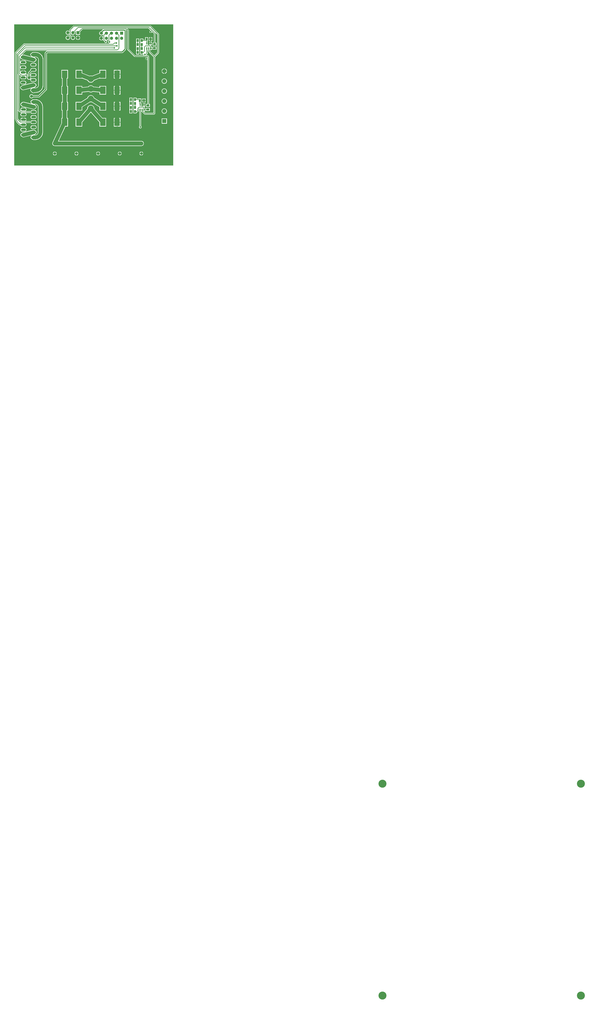
<source format=gbl>
G04*
G04 #@! TF.GenerationSoftware,Altium Limited,Altium Designer,20.0.13 (296)*
G04*
G04 Layer_Physical_Order=2*
G04 Layer_Color=16711680*
%FSLAX44Y44*%
%MOMM*%
G71*
G01*
G75*
%ADD15R,1.4000X1.0000*%
%ADD30C,2.0000*%
%ADD31C,0.3000*%
%ADD32C,0.5000*%
%ADD33O,2.5400X1.2700*%
%ADD34R,1.4000X1.4000*%
%ADD35C,1.4000*%
%ADD36C,1.6050*%
%ADD37R,1.6050X1.6050*%
%ADD38R,2.1000X2.1000*%
%ADD39C,2.1000*%
%ADD40C,0.8000*%
%ADD41C,3.0000*%
%ADD42C,1.5000*%
%ADD43C,4.0000*%
%ADD44R,2.7940X3.8100*%
%ADD45R,1.0000X1.4000*%
%ADD46R,0.5900X1.2100*%
G36*
X1050000Y254000D02*
X254000D01*
Y960000D01*
X1050000D01*
Y254000D01*
D02*
G37*
%LPC*%
G36*
X574070Y903089D02*
Y893870D01*
X583289D01*
X583093Y895358D01*
X582029Y897928D01*
X580335Y900135D01*
X578128Y901829D01*
X575558Y902893D01*
X574070Y903089D01*
D02*
G37*
G36*
X571530Y903089D02*
X570042Y902893D01*
X567472Y901829D01*
X565265Y900135D01*
X563572Y897928D01*
X562507Y895358D01*
X562311Y893870D01*
X571530D01*
Y903089D01*
D02*
G37*
G36*
X688330Y900489D02*
X686842Y900293D01*
X684272Y899229D01*
X682065Y897535D01*
X680371Y895328D01*
X679307Y892758D01*
X679111Y891270D01*
X688330D01*
Y900489D01*
D02*
G37*
G36*
X571530Y891330D02*
X562311D01*
X562507Y889842D01*
X563572Y887272D01*
X565265Y885065D01*
X567472Y883372D01*
X570042Y882307D01*
X571530Y882111D01*
Y891330D01*
D02*
G37*
G36*
X583289D02*
X574070D01*
Y882111D01*
X575558Y882307D01*
X578128Y883372D01*
X580335Y885065D01*
X582029Y887272D01*
X583093Y889842D01*
X583289Y891330D01*
D02*
G37*
G36*
X547400Y903256D02*
X544642Y902893D01*
X542072Y901829D01*
X539865Y900135D01*
X538172Y897928D01*
X537107Y895358D01*
X536744Y892600D01*
X537107Y889842D01*
X538172Y887272D01*
X539865Y885065D01*
X542072Y883372D01*
X544642Y882307D01*
X547400Y881944D01*
X550158Y882307D01*
X552728Y883372D01*
X554935Y885065D01*
X556628Y887272D01*
X557693Y889842D01*
X558056Y892600D01*
X557693Y895358D01*
X556628Y897928D01*
X554935Y900135D01*
X552728Y901829D01*
X550158Y902893D01*
X547400Y903256D01*
D02*
G37*
G36*
X688330Y888730D02*
X679111D01*
X679307Y887242D01*
X680371Y884672D01*
X682065Y882465D01*
X684272Y880771D01*
X686842Y879707D01*
X688330Y879511D01*
Y888730D01*
D02*
G37*
G36*
X914730Y794429D02*
X914293Y794372D01*
X912702Y793713D01*
X911336Y792664D01*
X910287Y791298D01*
X909628Y789707D01*
X909571Y789270D01*
X914730D01*
Y794429D01*
D02*
G37*
G36*
Y786730D02*
X909571D01*
X909628Y786293D01*
X910287Y784702D01*
X911336Y783336D01*
X912702Y782287D01*
X914293Y781628D01*
X914730Y781571D01*
Y786730D01*
D02*
G37*
G36*
X356150Y766467D02*
X343450D01*
X341129Y766161D01*
X338967Y765265D01*
X337110Y763840D01*
X335685Y761983D01*
X334789Y759821D01*
X334483Y757500D01*
X334789Y755179D01*
X335685Y753017D01*
X337110Y751160D01*
X338967Y749735D01*
X341129Y748839D01*
X343450Y748533D01*
X356150D01*
X358471Y748839D01*
X360633Y749735D01*
X362490Y751160D01*
X363915Y753017D01*
X364811Y755179D01*
X365117Y757500D01*
X364811Y759821D01*
X363915Y761983D01*
X362490Y763840D01*
X360633Y765265D01*
X358471Y766161D01*
X356150Y766467D01*
D02*
G37*
G36*
X1006270Y738985D02*
Y727270D01*
X1017985D01*
X1017704Y729404D01*
X1016390Y732576D01*
X1014300Y735300D01*
X1011576Y737390D01*
X1008404Y738704D01*
X1006270Y738985D01*
D02*
G37*
G36*
X1003730Y738985D02*
X1001596Y738704D01*
X998424Y737390D01*
X995700Y735300D01*
X993610Y732576D01*
X992296Y729404D01*
X992015Y727270D01*
X1003730D01*
Y738985D01*
D02*
G37*
G36*
X356150Y741067D02*
X343450D01*
X341129Y740761D01*
X338967Y739865D01*
X337110Y738440D01*
X335685Y736583D01*
X334789Y734421D01*
X334483Y732100D01*
X334681Y730598D01*
X324366Y720284D01*
X323252Y718616D01*
X322861Y716650D01*
Y701712D01*
X320839Y700161D01*
X319230Y698063D01*
X318218Y695621D01*
X317873Y693000D01*
X318218Y690379D01*
X319230Y687937D01*
X320839Y685839D01*
X322937Y684230D01*
X325379Y683218D01*
X328000Y682873D01*
X330621Y683218D01*
X333063Y684230D01*
X333948Y684909D01*
X334991Y684108D01*
X334789Y683621D01*
X334483Y681300D01*
X334789Y678979D01*
X335685Y676817D01*
X337110Y674960D01*
X338967Y673535D01*
X341129Y672639D01*
X343450Y672333D01*
X356150D01*
X358471Y672639D01*
X360633Y673535D01*
X362490Y674960D01*
X363915Y676817D01*
X364811Y678979D01*
X365117Y681300D01*
X364811Y683621D01*
X363915Y685783D01*
X362490Y687640D01*
X360633Y689065D01*
X358471Y689961D01*
X356150Y690267D01*
X343450D01*
X341129Y689961D01*
X338967Y689065D01*
X338447Y688667D01*
X337404Y689467D01*
X337782Y690379D01*
X338127Y693000D01*
X337782Y695621D01*
X336770Y698063D01*
X335161Y700161D01*
X333139Y701712D01*
Y714521D01*
X341948Y723331D01*
X343450Y723133D01*
X356150D01*
X358471Y723439D01*
X360633Y724335D01*
X362490Y725760D01*
X363915Y727617D01*
X364811Y729779D01*
X365117Y732100D01*
X364811Y734421D01*
X363915Y736583D01*
X362490Y738440D01*
X360633Y739865D01*
X358471Y740761D01*
X356150Y741067D01*
D02*
G37*
G36*
X305350Y728367D02*
X300270D01*
Y720670D01*
X314149D01*
X314011Y721721D01*
X313115Y723883D01*
X311690Y725740D01*
X309833Y727165D01*
X307671Y728061D01*
X305350Y728367D01*
D02*
G37*
G36*
X1003730Y724730D02*
X992015D01*
X992296Y722596D01*
X993610Y719424D01*
X995700Y716700D01*
X998424Y714610D01*
X1001596Y713296D01*
X1003730Y713015D01*
Y724730D01*
D02*
G37*
G36*
X1017985D02*
X1006270D01*
Y713015D01*
X1008404Y713296D01*
X1011576Y714610D01*
X1014300Y716700D01*
X1016390Y719424D01*
X1017704Y722596D01*
X1017985Y724730D01*
D02*
G37*
G36*
X785195Y731590D02*
X769955D01*
Y711270D01*
X785195D01*
Y731590D01*
D02*
G37*
G36*
X767415D02*
X752175D01*
Y711270D01*
X767415D01*
Y731590D01*
D02*
G37*
G36*
X713825D02*
X680805D01*
Y717043D01*
X643726Y702289D01*
X640438Y703286D01*
X637000Y703625D01*
X633562Y703286D01*
X630383Y702322D01*
X594195Y716964D01*
Y731590D01*
X561175D01*
Y688410D01*
X594195D01*
Y688539D01*
X595248Y689249D01*
X620929Y678858D01*
X622346Y676208D01*
X624537Y673537D01*
X627208Y671346D01*
X630255Y669717D01*
X633562Y668714D01*
X637000Y668375D01*
X640438Y668714D01*
X643745Y669717D01*
X646792Y671346D01*
X649463Y673537D01*
X651655Y676208D01*
X653019Y678762D01*
X679754Y689399D01*
X680805Y688687D01*
Y688410D01*
X713825D01*
Y731590D01*
D02*
G37*
G36*
X356150Y715667D02*
X343450D01*
X341129Y715361D01*
X338967Y714465D01*
X337110Y713040D01*
X335685Y711183D01*
X334789Y709021D01*
X334483Y706700D01*
X334789Y704379D01*
X335685Y702217D01*
X337110Y700360D01*
X338967Y698935D01*
X341129Y698039D01*
X343450Y697733D01*
X356150D01*
X358471Y698039D01*
X360633Y698935D01*
X362490Y700360D01*
X363915Y702217D01*
X364811Y704379D01*
X365117Y706700D01*
X364811Y709021D01*
X363915Y711183D01*
X362490Y713040D01*
X360633Y714465D01*
X358471Y715361D01*
X356150Y715667D01*
D02*
G37*
G36*
X785195Y708730D02*
X769955D01*
Y688410D01*
X785195D01*
Y708730D01*
D02*
G37*
G36*
X767415D02*
X752175D01*
Y688410D01*
X767415D01*
Y708730D01*
D02*
G37*
G36*
X1005000Y689153D02*
X1001596Y688704D01*
X998424Y687390D01*
X995700Y685300D01*
X993610Y682576D01*
X992296Y679404D01*
X991848Y676000D01*
X992296Y672596D01*
X993610Y669424D01*
X995700Y666700D01*
X998424Y664610D01*
X1001596Y663296D01*
X1005000Y662848D01*
X1008404Y663296D01*
X1011576Y664610D01*
X1014300Y666700D01*
X1016390Y669424D01*
X1017704Y672596D01*
X1018152Y676000D01*
X1017704Y679404D01*
X1016390Y682576D01*
X1014300Y685300D01*
X1011576Y687390D01*
X1008404Y688704D01*
X1005000Y689153D01*
D02*
G37*
G36*
X305350Y677567D02*
X292650D01*
X290329Y677261D01*
X288167Y676365D01*
X286310Y674940D01*
X284885Y673083D01*
X283989Y670921D01*
X283683Y668600D01*
X283989Y666279D01*
X284885Y664117D01*
X286310Y662260D01*
X288167Y660835D01*
X290329Y659939D01*
X292650Y659633D01*
X305350D01*
X307671Y659939D01*
X309833Y660835D01*
X311690Y662260D01*
X313115Y664117D01*
X314011Y666279D01*
X314317Y668600D01*
X314011Y670921D01*
X313115Y673083D01*
X311690Y674940D01*
X309833Y676365D01*
X307671Y677261D01*
X305350Y677567D01*
D02*
G37*
G36*
X637000Y654625D02*
X633562Y654286D01*
X630255Y653283D01*
X627208Y651655D01*
X624537Y649463D01*
X623449Y648137D01*
X595144Y644796D01*
X594195Y645640D01*
Y651590D01*
X561175D01*
Y608410D01*
X594195D01*
Y619212D01*
X626395Y623013D01*
X627208Y622346D01*
X630255Y620717D01*
X633562Y619714D01*
X637000Y619375D01*
X640438Y619714D01*
X643745Y620717D01*
X646792Y622346D01*
X647630Y623033D01*
X680805Y619183D01*
Y608410D01*
X713825D01*
Y651590D01*
X680805D01*
Y645604D01*
X679857Y644759D01*
X650529Y648163D01*
X649463Y649463D01*
X646792Y651655D01*
X643745Y653283D01*
X640438Y654286D01*
X637000Y654625D01*
D02*
G37*
G36*
X785195Y651590D02*
X769955D01*
Y631270D01*
X785195D01*
Y651590D01*
D02*
G37*
G36*
X767415D02*
X752175D01*
Y631270D01*
X767415D01*
Y651590D01*
D02*
G37*
G36*
X1005000Y639152D02*
X1001596Y638704D01*
X998424Y637390D01*
X995700Y635300D01*
X993610Y632576D01*
X992296Y629404D01*
X991848Y626000D01*
X992296Y622596D01*
X993610Y619424D01*
X995700Y616700D01*
X998424Y614610D01*
X1001596Y613296D01*
X1005000Y612848D01*
X1008404Y613296D01*
X1011576Y614610D01*
X1014300Y616700D01*
X1016390Y619424D01*
X1017704Y622596D01*
X1018152Y626000D01*
X1017704Y629404D01*
X1016390Y632576D01*
X1014300Y635300D01*
X1011576Y637390D01*
X1008404Y638704D01*
X1005000Y639152D01*
D02*
G37*
G36*
X785195Y628730D02*
X769955D01*
Y608410D01*
X785195D01*
Y628730D01*
D02*
G37*
G36*
X767415D02*
X752175D01*
Y608410D01*
X767415D01*
Y628730D01*
D02*
G37*
G36*
X910540Y588540D02*
X904270D01*
Y580270D01*
X910540D01*
Y588540D01*
D02*
G37*
G36*
X901730D02*
X895460D01*
Y580270D01*
X901730D01*
Y588540D01*
D02*
G37*
G36*
X910540Y577730D02*
X904270D01*
Y569460D01*
X910540D01*
Y577730D01*
D02*
G37*
G36*
X901730D02*
X895460D01*
Y569460D01*
X901730D01*
Y577730D01*
D02*
G37*
G36*
X1005000Y589152D02*
X1001596Y588704D01*
X998424Y587390D01*
X995700Y585300D01*
X993610Y582576D01*
X992296Y579404D01*
X991848Y576000D01*
X992296Y572596D01*
X993610Y569424D01*
X995700Y566700D01*
X998424Y564610D01*
X1001596Y563296D01*
X1005000Y562848D01*
X1008404Y563296D01*
X1011576Y564610D01*
X1014300Y566700D01*
X1016390Y569424D01*
X1017704Y572596D01*
X1018152Y576000D01*
X1017704Y579404D01*
X1016390Y582576D01*
X1014300Y585300D01*
X1011576Y587390D01*
X1008404Y588704D01*
X1005000Y589152D01*
D02*
G37*
G36*
X359600Y584957D02*
Y584948D01*
X350800D01*
X347526Y584517D01*
X344476Y583254D01*
X341856Y581244D01*
X341412Y580664D01*
X339967Y580065D01*
X338110Y578640D01*
X336685Y576783D01*
X335789Y574621D01*
X335483Y572300D01*
X335789Y569979D01*
X336685Y567817D01*
X338110Y565960D01*
X339967Y564535D01*
X341412Y563936D01*
X341737Y563512D01*
X341331Y562305D01*
X303068Y571870D01*
X299787Y572246D01*
X296521Y571760D01*
X293493Y570446D01*
X290907Y568392D01*
X290581Y567951D01*
X289167Y567365D01*
X287310Y565940D01*
X285885Y564083D01*
X284989Y561921D01*
X284683Y559600D01*
X284989Y557279D01*
X285885Y555117D01*
X287310Y553260D01*
X289167Y551835D01*
X290638Y551225D01*
X291208Y550507D01*
X293861Y548541D01*
X296932Y547329D01*
X347732Y534629D01*
X351013Y534254D01*
X354279Y534739D01*
X357308Y536054D01*
X359893Y538108D01*
X360219Y538549D01*
X361633Y539135D01*
X363490Y540560D01*
X364915Y542417D01*
X365811Y544579D01*
X366117Y546900D01*
X365811Y549221D01*
X364915Y551383D01*
X363490Y553240D01*
X361633Y554665D01*
X360162Y555275D01*
X359592Y555993D01*
X356939Y557958D01*
X355866Y558382D01*
X356108Y559652D01*
X359600D01*
X359946Y559697D01*
X362924Y559305D01*
X366021Y558022D01*
X368681Y555981D01*
X370722Y553321D01*
X372005Y550224D01*
X372397Y547246D01*
X372352Y546900D01*
Y419900D01*
X372397Y419554D01*
X372005Y416576D01*
X370722Y413479D01*
X368681Y410819D01*
X366021Y408778D01*
X362924Y407495D01*
X359946Y407103D01*
X359600Y407148D01*
X356108D01*
X355866Y408418D01*
X356939Y408842D01*
X359592Y410807D01*
X360162Y411525D01*
X361633Y412135D01*
X363490Y413559D01*
X364915Y415417D01*
X365811Y417579D01*
X366117Y419900D01*
X365811Y422221D01*
X364915Y424383D01*
X363490Y426240D01*
X361633Y427665D01*
X360219Y428251D01*
X359893Y428692D01*
X357308Y430746D01*
X354279Y432060D01*
X351013Y432546D01*
X347732Y432170D01*
X296932Y419470D01*
X293861Y418258D01*
X291208Y416293D01*
X290638Y415575D01*
X289167Y414965D01*
X287310Y413540D01*
X285885Y411683D01*
X284989Y409521D01*
X284683Y407200D01*
X284989Y404879D01*
X285885Y402717D01*
X287310Y400859D01*
X289167Y399435D01*
X290581Y398849D01*
X290907Y398408D01*
X293493Y396354D01*
X296521Y395039D01*
X299787Y394554D01*
X303068Y394929D01*
X341331Y404495D01*
X341737Y403288D01*
X341412Y402864D01*
X339967Y402265D01*
X338110Y400840D01*
X336685Y398983D01*
X335789Y396821D01*
X335483Y394500D01*
X335789Y392179D01*
X336685Y390017D01*
X338110Y388159D01*
X339967Y386735D01*
X341412Y386136D01*
X341856Y385556D01*
X344476Y383546D01*
X347526Y382283D01*
X350800Y381852D01*
X359600D01*
Y381843D01*
X365554Y382311D01*
X371360Y383705D01*
X376878Y385991D01*
X381969Y389111D01*
X386511Y392989D01*
X390389Y397530D01*
X393509Y402622D01*
X395795Y408140D01*
X397189Y413946D01*
X397657Y419900D01*
X397648D01*
Y546900D01*
X397657D01*
X397189Y552854D01*
X395795Y558660D01*
X393509Y564178D01*
X390389Y569269D01*
X386511Y573811D01*
X381969Y577689D01*
X376878Y580809D01*
X371360Y583095D01*
X365554Y584489D01*
X359600Y584957D01*
D02*
G37*
G36*
X908990Y566140D02*
X904770D01*
Y558820D01*
X908990D01*
Y566140D01*
D02*
G37*
G36*
X902230D02*
X898010D01*
Y558820D01*
X902230D01*
Y566140D01*
D02*
G37*
G36*
X785195Y571590D02*
X769955D01*
Y551270D01*
X785195D01*
Y571590D01*
D02*
G37*
G36*
X767415D02*
X752175D01*
Y551270D01*
X767415D01*
Y571590D01*
D02*
G37*
G36*
X785195Y548730D02*
X769955D01*
Y528410D01*
X785195D01*
Y548730D01*
D02*
G37*
G36*
X767415D02*
X752175D01*
Y528410D01*
X767415D01*
Y548730D01*
D02*
G37*
G36*
X637000Y605625D02*
X633562Y605286D01*
X630255Y604283D01*
X627208Y602654D01*
X624537Y600463D01*
X622346Y597792D01*
X620717Y594745D01*
X619905Y592070D01*
X587938Y571590D01*
X561175D01*
Y528410D01*
X594195D01*
Y545556D01*
X633496Y570734D01*
X633562Y570714D01*
X637000Y570375D01*
X640438Y570714D01*
X640621Y570769D01*
X680805Y545453D01*
Y528410D01*
X713825D01*
Y571590D01*
X686774D01*
X654054Y592205D01*
X653283Y594745D01*
X651655Y597792D01*
X649463Y600463D01*
X646792Y602654D01*
X643745Y604283D01*
X640438Y605286D01*
X637000Y605625D01*
D02*
G37*
G36*
X934920Y954199D02*
X552080D01*
X550504Y953886D01*
X549167Y952993D01*
X531152Y934978D01*
X530259Y933641D01*
X529946Y932065D01*
Y926821D01*
X528676Y926194D01*
X527328Y927228D01*
X524758Y928293D01*
X522000Y928656D01*
X519242Y928293D01*
X516672Y927228D01*
X514465Y925535D01*
X512771Y923328D01*
X511707Y920758D01*
X511344Y918000D01*
X511707Y915242D01*
X512771Y912672D01*
X514465Y910465D01*
X516672Y908772D01*
X519242Y907707D01*
X522000Y907344D01*
X524758Y907707D01*
X527328Y908772D01*
X528676Y909806D01*
X529946Y909179D01*
Y906371D01*
X525967Y902392D01*
X524758Y902893D01*
X522000Y903256D01*
X519242Y902893D01*
X516672Y901829D01*
X514465Y900135D01*
X512771Y897928D01*
X511707Y895358D01*
X511344Y892600D01*
X511707Y889842D01*
X512771Y887272D01*
X514465Y885065D01*
X516672Y883372D01*
X519242Y882307D01*
X522000Y881944D01*
X524758Y882307D01*
X527328Y883372D01*
X529535Y885065D01*
X531228Y887272D01*
X532293Y889842D01*
X532656Y892600D01*
X532293Y895358D01*
X531792Y896567D01*
X536978Y901752D01*
X537871Y903089D01*
X538184Y904665D01*
Y910680D01*
X539387Y911088D01*
X539865Y910465D01*
X542072Y908772D01*
X544642Y907707D01*
X547400Y907344D01*
X550158Y907707D01*
X552728Y908772D01*
X554935Y910465D01*
X556628Y912672D01*
X557693Y915242D01*
X558056Y918000D01*
X557693Y920758D01*
X557192Y921967D01*
X561062Y925836D01*
X562235Y925350D01*
Y907435D01*
X583365D01*
Y922740D01*
X595506Y934881D01*
X696230D01*
X697046Y933611D01*
X696902Y933169D01*
X696902Y933169D01*
X689767Y926034D01*
X689600Y926056D01*
X686842Y925693D01*
X684272Y924629D01*
X682065Y922935D01*
X680371Y920728D01*
X679307Y918158D01*
X678944Y915400D01*
X679307Y912642D01*
X680371Y910072D01*
X682065Y907865D01*
X684272Y906171D01*
X686842Y905107D01*
X689600Y904744D01*
X692358Y905107D01*
X694928Y906171D01*
X697135Y907865D01*
X697378Y908182D01*
X698572Y908449D01*
X698967Y908166D01*
X698959Y908155D01*
X698529Y907511D01*
X698216Y905935D01*
Y898010D01*
X696946Y897680D01*
X694928Y899229D01*
X692358Y900293D01*
X690870Y900489D01*
Y890000D01*
Y879511D01*
X692358Y879707D01*
X694928Y880771D01*
X696984Y882349D01*
X697646Y882256D01*
X698354Y881968D01*
X698529Y881089D01*
X699422Y879752D01*
X705493Y873681D01*
X705404Y873000D01*
X705628Y871293D01*
X706287Y869702D01*
X707336Y868336D01*
X708702Y867287D01*
X710293Y866628D01*
X712000Y866404D01*
X713707Y866628D01*
X715298Y867287D01*
X716664Y868336D01*
X717713Y869702D01*
X718372Y871293D01*
X718596Y873000D01*
X718372Y874707D01*
X717713Y876298D01*
X716664Y877664D01*
X715977Y878192D01*
X716333Y879519D01*
X717758Y879707D01*
X720328Y880771D01*
X722346Y882320D01*
X723616Y881990D01*
Y875618D01*
X723877Y874307D01*
X723628Y873707D01*
X723404Y872000D01*
X723628Y870293D01*
X724287Y868702D01*
X725336Y867336D01*
X726702Y866287D01*
X728293Y865628D01*
X729269Y865500D01*
X729502Y865469D01*
X729420Y864227D01*
X729308Y864199D01*
X305323D01*
X305049Y864145D01*
X303485Y863939D01*
X301772Y863229D01*
X300520Y862269D01*
X300289Y862114D01*
X300289D01*
X300289Y862114D01*
X259961Y821787D01*
X259961D01*
X259961Y821787D01*
X259806Y821555D01*
X258846Y820303D01*
X258137Y818590D01*
X257940Y817101D01*
X257876Y816786D01*
X257831Y807215D01*
X257826Y806033D01*
X257826D01*
X257817Y805947D01*
X257826D01*
X257826Y804763D01*
X257826Y536052D01*
X257822Y534782D01*
X257824Y534770D01*
X257826D01*
X257827Y533512D01*
X257881Y490789D01*
X257940Y490494D01*
X257907Y490199D01*
X258297Y485678D01*
X258425Y485236D01*
X258587Y484006D01*
X259227Y482460D01*
X259338Y482074D01*
X265942Y469289D01*
X266064Y469136D01*
X266118Y469006D01*
X266846Y468057D01*
X267089Y467671D01*
X276050Y458204D01*
X276062Y458195D01*
X276281Y457910D01*
X279158Y455702D01*
X282508Y454314D01*
X285730Y453890D01*
X285885Y453517D01*
X287310Y451660D01*
X289167Y450235D01*
X291329Y449339D01*
X293650Y449033D01*
X306350D01*
X308671Y449339D01*
X310833Y450235D01*
X312690Y451660D01*
X314115Y453517D01*
X315011Y455679D01*
X315317Y458000D01*
X315011Y460321D01*
X314115Y462483D01*
X312690Y464340D01*
X311035Y465611D01*
X311138Y466391D01*
X311377Y466881D01*
X336409D01*
X336685Y466217D01*
X338110Y464360D01*
X339967Y462935D01*
X342129Y462039D01*
X344450Y461733D01*
X357150D01*
X359471Y462039D01*
X361633Y462935D01*
X363490Y464360D01*
X364915Y466217D01*
X365811Y468379D01*
X366117Y470700D01*
X365811Y473021D01*
X364915Y475183D01*
X363490Y477040D01*
X361633Y478465D01*
X359471Y479361D01*
X357150Y479667D01*
X344450D01*
X342129Y479361D01*
X339967Y478465D01*
X338110Y477040D01*
X336685Y475183D01*
X336658Y475119D01*
X312248D01*
X311817Y476389D01*
X312690Y477060D01*
X314115Y478917D01*
X315011Y481079D01*
X315149Y482130D01*
X300000D01*
X284851D01*
X284989Y481079D01*
X285885Y478917D01*
X287310Y477060D01*
X288183Y476389D01*
X287752Y475119D01*
X285133D01*
X278449Y481803D01*
X272039Y488213D01*
Y527109D01*
X272722Y527530D01*
X273309Y527598D01*
X277129Y524045D01*
X277317Y523929D01*
X280242Y521528D01*
X284538Y519232D01*
X289011Y517875D01*
X289186Y517308D01*
X289174Y516834D01*
X289143Y516547D01*
X287310Y515140D01*
X285885Y513283D01*
X284989Y511121D01*
X284683Y508800D01*
X284989Y506479D01*
X285885Y504317D01*
X287310Y502459D01*
X289167Y501035D01*
X291329Y500139D01*
X293650Y499833D01*
X306350D01*
X308671Y500139D01*
X310833Y501035D01*
X312690Y502459D01*
X314115Y504317D01*
X315011Y506479D01*
X315317Y508800D01*
X315011Y511121D01*
X314115Y513283D01*
X312690Y515140D01*
X311426Y516111D01*
X311857Y517381D01*
X336534D01*
X336685Y517017D01*
X338110Y515159D01*
X339967Y513735D01*
X342129Y512839D01*
X344450Y512533D01*
X357150D01*
X359471Y512839D01*
X361633Y513735D01*
X363490Y515159D01*
X364915Y517017D01*
X365811Y519179D01*
X366117Y521500D01*
X365811Y523821D01*
X364915Y525983D01*
X363490Y527840D01*
X361633Y529265D01*
X359471Y530161D01*
X357150Y530467D01*
X344450D01*
X342129Y530161D01*
X339967Y529265D01*
X338110Y527840D01*
X336685Y525983D01*
X336534Y525619D01*
X311857D01*
X311426Y526889D01*
X312690Y527859D01*
X314115Y529717D01*
X315011Y531879D01*
X315317Y534200D01*
X315011Y536521D01*
X314115Y538683D01*
X312690Y540540D01*
X310833Y541965D01*
X308671Y542861D01*
X306350Y543167D01*
X293650D01*
X291329Y542861D01*
X289167Y541965D01*
X287310Y540540D01*
X285885Y538683D01*
X284989Y536521D01*
X284683Y534200D01*
X284989Y531879D01*
X285885Y529717D01*
X286481Y528939D01*
X285640Y527949D01*
X284824Y528385D01*
X282754Y530084D01*
X282747Y530077D01*
X282740Y530077D01*
X279196Y533373D01*
X279196Y707319D01*
X280369Y707805D01*
X281502Y706672D01*
X281502Y706672D01*
X281491Y706661D01*
X284489Y704200D01*
X287297Y702699D01*
X287473Y701256D01*
X287460Y701223D01*
X286310Y700340D01*
X284885Y698483D01*
X283989Y696321D01*
X283683Y694000D01*
X283989Y691679D01*
X284885Y689517D01*
X286310Y687660D01*
X288167Y686235D01*
X290329Y685339D01*
X292650Y685033D01*
X305350D01*
X307671Y685339D01*
X309833Y686235D01*
X311690Y687660D01*
X313115Y689517D01*
X314011Y691679D01*
X314317Y694000D01*
X314011Y696321D01*
X313165Y698364D01*
X313353Y698806D01*
X313899Y699549D01*
X315000Y699404D01*
X316707Y699628D01*
X318298Y700287D01*
X319664Y701336D01*
X320713Y702702D01*
X321372Y704293D01*
X321596Y706000D01*
X321372Y707707D01*
X320713Y709298D01*
X319664Y710664D01*
X318298Y711713D01*
X316707Y712372D01*
X315000Y712596D01*
X313293Y712372D01*
X312396Y712000D01*
X311690Y713060D01*
X313115Y714917D01*
X314011Y717079D01*
X314149Y718130D01*
X299000D01*
Y719400D01*
X297730D01*
Y728367D01*
X292650D01*
X290329Y728061D01*
X288167Y727165D01*
X286310Y725740D01*
X284885Y723883D01*
X284389Y722687D01*
X283119Y722940D01*
Y741260D01*
X284389Y741513D01*
X284885Y740317D01*
X286310Y738460D01*
X288167Y737035D01*
X290329Y736139D01*
X292650Y735833D01*
X305350D01*
X307671Y736139D01*
X309833Y737035D01*
X311690Y738460D01*
X313115Y740317D01*
X314011Y742479D01*
X314317Y744800D01*
X314011Y747121D01*
X313115Y749283D01*
X311690Y751140D01*
X309833Y752565D01*
X307671Y753461D01*
X305350Y753767D01*
X292650D01*
X290329Y753461D01*
X288167Y752565D01*
X286310Y751140D01*
X284885Y749283D01*
X284389Y748087D01*
X283119Y748340D01*
Y766660D01*
X284389Y766913D01*
X284885Y765717D01*
X286310Y763860D01*
X288167Y762435D01*
X290329Y761539D01*
X292650Y761233D01*
X305350D01*
X307671Y761539D01*
X309833Y762435D01*
X311690Y763860D01*
X313115Y765717D01*
X314011Y767879D01*
X314317Y770200D01*
X314011Y772521D01*
X313115Y774683D01*
X311690Y776540D01*
X309833Y777965D01*
X307671Y778861D01*
X305350Y779167D01*
X292650D01*
X290329Y778861D01*
X288167Y777965D01*
X286310Y776540D01*
X284885Y774683D01*
X284389Y773487D01*
X283119Y773740D01*
Y792060D01*
X284389Y792313D01*
X284885Y791117D01*
X286310Y789260D01*
X288167Y787835D01*
X289638Y787225D01*
X290208Y786507D01*
X292861Y784541D01*
X295932Y783329D01*
X346732Y770629D01*
X350013Y770254D01*
X353279Y770740D01*
X356307Y772054D01*
X358893Y774108D01*
X359220Y774549D01*
X360633Y775135D01*
X362490Y776560D01*
X363915Y778417D01*
X364811Y780579D01*
X365117Y782900D01*
X364811Y785221D01*
X363915Y787383D01*
X362490Y789240D01*
X360633Y790665D01*
X359162Y791275D01*
X358592Y791993D01*
X355939Y793959D01*
X354866Y794382D01*
X355108Y795652D01*
X361600D01*
X361946Y795697D01*
X364924Y795305D01*
X368021Y794022D01*
X370681Y791981D01*
X372722Y789321D01*
X374005Y786224D01*
X374397Y783246D01*
X374352Y782900D01*
Y655900D01*
X374397Y655554D01*
X374005Y652576D01*
X372722Y649479D01*
X370681Y646819D01*
X368021Y644778D01*
X364924Y643495D01*
X361946Y643103D01*
X361600Y643148D01*
X355108D01*
X354866Y644418D01*
X355939Y644842D01*
X358592Y646807D01*
X359162Y647525D01*
X360633Y648135D01*
X362490Y649560D01*
X363915Y651417D01*
X364811Y653579D01*
X365117Y655900D01*
X364811Y658221D01*
X363915Y660383D01*
X362490Y662240D01*
X360633Y663665D01*
X359220Y664251D01*
X358893Y664692D01*
X356307Y666746D01*
X353279Y668060D01*
X350013Y668546D01*
X346732Y668170D01*
X295932Y655471D01*
X292861Y654258D01*
X290208Y652293D01*
X289638Y651575D01*
X288167Y650965D01*
X286310Y649540D01*
X284885Y647683D01*
X283989Y645521D01*
X283683Y643200D01*
X283989Y640879D01*
X284885Y638717D01*
X286310Y636860D01*
X288167Y635435D01*
X289580Y634849D01*
X289907Y634408D01*
X292493Y632354D01*
X295521Y631040D01*
X298787Y630554D01*
X302068Y630929D01*
X338761Y640103D01*
X339499Y638978D01*
X338932Y638238D01*
X337110Y636840D01*
X335685Y634983D01*
X334789Y632821D01*
X334483Y630500D01*
X334789Y628179D01*
X335685Y626017D01*
X337110Y624160D01*
X338932Y622761D01*
X339856Y621556D01*
X341356Y620056D01*
X343976Y618046D01*
X347026Y616783D01*
X350300Y616352D01*
X353574Y616783D01*
X356154Y617852D01*
X361600D01*
Y617843D01*
X367553Y618311D01*
X373360Y619705D01*
X378878Y621991D01*
X383969Y625111D01*
X388511Y628989D01*
X392389Y633531D01*
X395509Y638622D01*
X397795Y644140D01*
X399189Y649947D01*
X399657Y655900D01*
X399648D01*
Y782900D01*
X399657D01*
X399189Y788854D01*
X397795Y794660D01*
X395509Y800178D01*
X392389Y805269D01*
X388511Y809811D01*
X383969Y813689D01*
X378878Y816809D01*
X373360Y819095D01*
X367553Y820489D01*
X361600Y820957D01*
Y820948D01*
X349800D01*
X346526Y820517D01*
X343476Y819254D01*
X340856Y817244D01*
X340411Y816664D01*
X338967Y816065D01*
X337110Y814640D01*
X335685Y812783D01*
X334789Y810621D01*
X334483Y808300D01*
X334789Y805979D01*
X335685Y803817D01*
X337110Y801960D01*
X338967Y800535D01*
X340411Y799936D01*
X340737Y799512D01*
X340331Y798305D01*
X302068Y807870D01*
X298787Y808246D01*
X295521Y807760D01*
X295275Y807653D01*
X294548Y808722D01*
X313706Y827881D01*
X415618D01*
X415748Y827525D01*
X415829Y826611D01*
X414366Y825634D01*
X408366Y819634D01*
X407252Y817967D01*
X406861Y816000D01*
Y637128D01*
X374871Y605139D01*
X348712D01*
X347161Y607161D01*
X345063Y608770D01*
X342621Y609782D01*
X340000Y610127D01*
X337379Y609782D01*
X334937Y608770D01*
X332839Y607161D01*
X331230Y605063D01*
X330218Y602621D01*
X329873Y600000D01*
X330218Y597379D01*
X331230Y594937D01*
X332839Y592839D01*
X334937Y591230D01*
X337379Y590218D01*
X340000Y589873D01*
X342621Y590218D01*
X345063Y591230D01*
X347161Y592839D01*
X348712Y594861D01*
X377000D01*
X378966Y595252D01*
X380634Y596366D01*
X415634Y631366D01*
X416748Y633033D01*
X417139Y635000D01*
Y813872D01*
X420129Y816861D01*
X795000D01*
X796966Y817252D01*
X798634Y818366D01*
X811169Y830902D01*
X811169Y830902D01*
Y830902D01*
X811271Y831054D01*
X812770Y833008D01*
X813782Y835450D01*
X814109Y837939D01*
X814139Y838087D01*
Y926000D01*
X814103Y926180D01*
X813782Y928621D01*
X812770Y931063D01*
X811161Y933161D01*
X810574Y933611D01*
X811005Y934881D01*
X812294D01*
X819881Y927294D01*
Y834577D01*
X820194Y833001D01*
X821087Y831665D01*
X852006Y800745D01*
X852145Y800410D01*
X853274Y798939D01*
X854745Y797811D01*
X856457Y797101D01*
X858022Y796895D01*
X858295Y796841D01*
X910330D01*
X910531Y796881D01*
X919921D01*
Y794749D01*
X918651Y793981D01*
X917707Y794372D01*
X917270Y794429D01*
Y788000D01*
Y781571D01*
X917707Y781628D01*
X918651Y782019D01*
X919921Y781251D01*
Y561540D01*
X913460D01*
Y546460D01*
X932540D01*
Y561540D01*
X928159D01*
Y798000D01*
X928105Y798273D01*
X927899Y799838D01*
X927189Y801550D01*
X926061Y803021D01*
X924590Y804149D01*
X922878Y804859D01*
X921313Y805065D01*
X921040Y805119D01*
X915539D01*
X915477Y805198D01*
X915077Y806389D01*
X918929Y810241D01*
X918965Y810295D01*
X919521Y810722D01*
X920649Y812192D01*
X921359Y813905D01*
X921565Y815469D01*
X921619Y815743D01*
Y830860D01*
X923360D01*
X924806Y826091D01*
X927199Y821615D01*
X930410Y817702D01*
X930440Y817732D01*
X930443Y817731D01*
X950881Y797294D01*
Y517119D01*
X909943D01*
X904375Y522687D01*
X904861Y523860D01*
X908990D01*
Y529881D01*
X913460D01*
Y526460D01*
X932540D01*
Y541540D01*
X913460D01*
Y538119D01*
X908990D01*
Y541040D01*
X907619D01*
Y544243D01*
X907306Y545819D01*
X906413Y547155D01*
X905878Y547690D01*
X906404Y548960D01*
X908990D01*
Y556280D01*
X903500D01*
X898010D01*
Y550119D01*
X889990D01*
Y566140D01*
X887119D01*
Y569460D01*
X890540D01*
Y588540D01*
X875460D01*
Y588119D01*
X865540D01*
Y593540D01*
X850460D01*
Y574810D01*
X850460Y574460D01*
Y573540D01*
X850460Y573190D01*
Y554460D01*
X850460D01*
Y553540D01*
X850460D01*
Y534810D01*
X850460Y534460D01*
Y533540D01*
X850460Y533190D01*
Y514460D01*
X865540D01*
Y519881D01*
X868000D01*
X869576Y520194D01*
X870913Y521087D01*
X875913Y526087D01*
X876806Y527424D01*
X877119Y529000D01*
Y537070D01*
X877763Y537580D01*
X879010Y537025D01*
Y523860D01*
X880631D01*
Y450891D01*
X880336Y450664D01*
X879287Y449298D01*
X878628Y447707D01*
X878404Y446000D01*
X878628Y444293D01*
X879287Y442702D01*
X880336Y441336D01*
X881702Y440287D01*
X883293Y439628D01*
X885000Y439404D01*
X886707Y439628D01*
X888298Y440287D01*
X889664Y441336D01*
X890713Y442702D01*
X891372Y444293D01*
X891596Y446000D01*
X891372Y447707D01*
X890713Y449298D01*
X889664Y450664D01*
X888869Y451275D01*
Y523860D01*
X891879D01*
X892537Y522874D01*
X905324Y510087D01*
X906660Y509194D01*
X908237Y508881D01*
X953243D01*
X954819Y509194D01*
X956155Y510087D01*
X957913Y511845D01*
X958806Y513181D01*
X959119Y514757D01*
Y797294D01*
X976031Y814206D01*
X976181Y814430D01*
X977150Y815692D01*
X977859Y817405D01*
X978065Y818970D01*
X978119Y819243D01*
X978119D01*
X978119Y819243D01*
Y911000D01*
X977806Y912576D01*
X976913Y913913D01*
X937833Y952993D01*
X936496Y953886D01*
X934920Y954199D01*
D02*
G37*
G36*
X845540Y593540D02*
X830460D01*
Y574460D01*
X830460D01*
Y573540D01*
X830460D01*
Y554810D01*
X830460Y554460D01*
Y553540D01*
X830460Y553190D01*
Y534460D01*
X830460D01*
Y533540D01*
X830460D01*
Y514460D01*
X845540D01*
Y533540D01*
X845540D01*
Y534460D01*
X845540D01*
Y553190D01*
X845540Y553540D01*
Y554460D01*
X845540Y554810D01*
Y573540D01*
X845540D01*
Y574460D01*
X845540D01*
Y593540D01*
D02*
G37*
G36*
X1005000Y539152D02*
X1001596Y538704D01*
X998424Y537390D01*
X995700Y535300D01*
X993610Y532576D01*
X992296Y529404D01*
X991848Y526000D01*
X992296Y522596D01*
X993610Y519424D01*
X995700Y516700D01*
X998424Y514610D01*
X1001596Y513296D01*
X1005000Y512848D01*
X1008404Y513296D01*
X1011576Y514610D01*
X1014300Y516700D01*
X1016390Y519424D01*
X1017704Y522596D01*
X1018152Y526000D01*
X1017704Y529404D01*
X1016390Y532576D01*
X1014300Y535300D01*
X1011576Y537390D01*
X1008404Y538704D01*
X1005000Y539152D01*
D02*
G37*
G36*
X357150Y505067D02*
X344450D01*
X342129Y504761D01*
X339967Y503865D01*
X338110Y502440D01*
X336685Y500583D01*
X335789Y498421D01*
X335483Y496100D01*
X335789Y493779D01*
X336685Y491617D01*
X338110Y489759D01*
X339967Y488335D01*
X342129Y487439D01*
X344450Y487133D01*
X357150D01*
X359471Y487439D01*
X361633Y488335D01*
X363490Y489759D01*
X364915Y491617D01*
X365811Y493779D01*
X366117Y496100D01*
X365811Y498421D01*
X364915Y500583D01*
X363490Y502440D01*
X361633Y503865D01*
X359471Y504761D01*
X357150Y505067D01*
D02*
G37*
G36*
X306350Y492367D02*
X301270D01*
Y484670D01*
X315149D01*
X315011Y485721D01*
X314115Y487883D01*
X312690Y489740D01*
X310833Y491165D01*
X308671Y492061D01*
X306350Y492367D01*
D02*
G37*
G36*
X298730D02*
X293650D01*
X291329Y492061D01*
X289167Y491165D01*
X287310Y489740D01*
X285885Y487883D01*
X284989Y485721D01*
X284851Y484670D01*
X298730D01*
Y492367D01*
D02*
G37*
G36*
X785195Y491590D02*
X769955D01*
Y471270D01*
X785195D01*
Y491590D01*
D02*
G37*
G36*
X767415D02*
X752175D01*
Y471270D01*
X767415D01*
Y491590D01*
D02*
G37*
G36*
X1018040Y489040D02*
X991960D01*
Y462960D01*
X1018040D01*
Y489040D01*
D02*
G37*
G36*
X785195Y468730D02*
X769955D01*
Y448410D01*
X785195D01*
Y468730D01*
D02*
G37*
G36*
X767415D02*
X752175D01*
Y448410D01*
X767415D01*
Y468730D01*
D02*
G37*
G36*
X637000Y556625D02*
X633562Y556286D01*
X630255Y555283D01*
X627208Y553655D01*
X624537Y551463D01*
X622346Y548792D01*
X620717Y545745D01*
X619714Y542438D01*
X619375Y539000D01*
X619472Y538013D01*
X579565Y491590D01*
X561175D01*
Y448410D01*
X594195D01*
Y469803D01*
X636448Y518955D01*
X637718Y518960D01*
X680805Y469669D01*
Y448410D01*
X713825D01*
Y491590D01*
X695242D01*
X654541Y538151D01*
X654625Y539000D01*
X654286Y542438D01*
X653283Y545745D01*
X651655Y548792D01*
X649463Y551463D01*
X646792Y553655D01*
X643745Y555283D01*
X640438Y556286D01*
X637000Y556625D01*
D02*
G37*
G36*
X357150Y454267D02*
X344450D01*
X342129Y453961D01*
X339967Y453065D01*
X338110Y451640D01*
X336685Y449783D01*
X335789Y447621D01*
X335483Y445300D01*
X335789Y442979D01*
X336685Y440817D01*
X338110Y438960D01*
X339967Y437535D01*
X342129Y436639D01*
X344450Y436333D01*
X357150D01*
X359471Y436639D01*
X361633Y437535D01*
X363490Y438960D01*
X364915Y440817D01*
X365811Y442979D01*
X366117Y445300D01*
X365811Y447621D01*
X364915Y449783D01*
X363490Y451640D01*
X361633Y453065D01*
X359471Y453961D01*
X357150Y454267D01*
D02*
G37*
G36*
X306350Y441567D02*
X293650D01*
X291329Y441261D01*
X289167Y440365D01*
X287310Y438940D01*
X285885Y437083D01*
X284989Y434921D01*
X284683Y432600D01*
X284989Y430279D01*
X285885Y428117D01*
X287310Y426259D01*
X289167Y424835D01*
X291329Y423939D01*
X293650Y423633D01*
X306350D01*
X308671Y423939D01*
X310833Y424835D01*
X312690Y426259D01*
X314115Y428117D01*
X315011Y430279D01*
X315317Y432600D01*
X315011Y434921D01*
X314115Y437083D01*
X312690Y438940D01*
X310833Y440365D01*
X308671Y441261D01*
X306350Y441567D01*
D02*
G37*
G36*
X522825Y731590D02*
X489805D01*
Y688410D01*
X493667D01*
Y651590D01*
X489805D01*
Y608410D01*
X493935D01*
X494384Y572494D01*
X493492Y571590D01*
X489805D01*
Y528410D01*
X493667D01*
Y491590D01*
X489805D01*
Y464497D01*
X447488Y373540D01*
X447460D01*
Y373479D01*
X445532Y369335D01*
X445203Y368288D01*
X444783Y367274D01*
X444710Y366719D01*
X444542Y366185D01*
X444495Y365088D01*
X444352Y364000D01*
X444425Y363446D01*
X444401Y362887D01*
X444640Y361815D01*
X444783Y360726D01*
X444997Y360210D01*
X445118Y359664D01*
X445626Y358690D01*
X446046Y357676D01*
X446387Y357232D01*
X446646Y356736D01*
X447388Y355928D01*
X447460Y355834D01*
Y354460D01*
X448735D01*
X448879Y354304D01*
X449805Y353715D01*
X450676Y353046D01*
X451193Y352832D01*
X451665Y352532D01*
X452712Y352203D01*
X453726Y351783D01*
X454281Y351710D01*
X454815Y351542D01*
X455912Y351495D01*
X457000Y351352D01*
X890000D01*
X893273Y351783D01*
X896324Y353046D01*
X898166Y354460D01*
X899540D01*
Y355834D01*
X900954Y357676D01*
X902217Y360726D01*
X902648Y364000D01*
X902217Y367274D01*
X900954Y370324D01*
X899540Y372166D01*
Y373540D01*
X898166D01*
X896324Y374954D01*
X893273Y376217D01*
X890000Y376648D01*
X478016D01*
X477333Y377719D01*
X510221Y448410D01*
X522825D01*
Y491590D01*
X518963D01*
Y528410D01*
X522825D01*
Y571590D01*
X519694D01*
X519244Y607506D01*
X520137Y608410D01*
X522825D01*
Y651590D01*
X518963D01*
Y688410D01*
X522825D01*
Y731590D01*
D02*
G37*
G36*
X674770Y323455D02*
Y315270D01*
X682955D01*
X682794Y316490D01*
X681833Y318811D01*
X680304Y320804D01*
X678311Y322333D01*
X675990Y323294D01*
X674770Y323455D01*
D02*
G37*
G36*
X891270D02*
Y315270D01*
X899455D01*
X899294Y316490D01*
X898333Y318811D01*
X896804Y320804D01*
X894811Y322333D01*
X892490Y323294D01*
X891270Y323455D01*
D02*
G37*
G36*
X458270D02*
Y315270D01*
X466455D01*
X466295Y316490D01*
X465333Y318811D01*
X463804Y320804D01*
X461811Y322333D01*
X459491Y323294D01*
X458270Y323455D01*
D02*
G37*
G36*
X672230Y323455D02*
X671010Y323294D01*
X668689Y322333D01*
X666696Y320804D01*
X665167Y318811D01*
X664205Y316490D01*
X664045Y315270D01*
X672230D01*
Y323455D01*
D02*
G37*
G36*
X455730D02*
X454510Y323294D01*
X452189Y322333D01*
X450196Y320804D01*
X448667Y318811D01*
X447706Y316490D01*
X447545Y315270D01*
X455730D01*
Y323455D01*
D02*
G37*
G36*
X888730D02*
X887510Y323294D01*
X885189Y322333D01*
X883196Y320804D01*
X881667Y318811D01*
X880705Y316490D01*
X880545Y315270D01*
X888730D01*
Y323455D01*
D02*
G37*
G36*
X783020D02*
Y315270D01*
X791205D01*
X791044Y316490D01*
X790083Y318811D01*
X788554Y320804D01*
X786561Y322333D01*
X784240Y323294D01*
X783020Y323455D01*
D02*
G37*
G36*
X566520D02*
Y315270D01*
X574705D01*
X574544Y316490D01*
X573583Y318811D01*
X572054Y320804D01*
X570061Y322333D01*
X567740Y323294D01*
X566520Y323455D01*
D02*
G37*
G36*
X780480Y323455D02*
X779259Y323294D01*
X776939Y322333D01*
X774946Y320804D01*
X773417Y318811D01*
X772456Y316490D01*
X772295Y315270D01*
X780480D01*
Y323455D01*
D02*
G37*
G36*
X563980D02*
X562760Y323294D01*
X560439Y322333D01*
X558446Y320804D01*
X556917Y318811D01*
X555956Y316490D01*
X555795Y315270D01*
X563980D01*
Y323455D01*
D02*
G37*
G36*
X899455Y312730D02*
X891270D01*
Y304545D01*
X892490Y304706D01*
X894811Y305667D01*
X896804Y307196D01*
X898333Y309189D01*
X899294Y311510D01*
X899455Y312730D01*
D02*
G37*
G36*
X682955D02*
X674770D01*
Y304545D01*
X675990Y304706D01*
X678311Y305667D01*
X680304Y307196D01*
X681833Y309189D01*
X682794Y311510D01*
X682955Y312730D01*
D02*
G37*
G36*
X466455D02*
X458270D01*
Y304545D01*
X459491Y304706D01*
X461811Y305667D01*
X463804Y307196D01*
X465333Y309189D01*
X466295Y311510D01*
X466455Y312730D01*
D02*
G37*
G36*
X780480Y312730D02*
X772295D01*
X772456Y311510D01*
X773417Y309189D01*
X774946Y307196D01*
X776939Y305667D01*
X779259Y304706D01*
X780480Y304545D01*
Y312730D01*
D02*
G37*
G36*
X563980D02*
X555795D01*
X555956Y311510D01*
X556917Y309189D01*
X558446Y307196D01*
X560439Y305667D01*
X562760Y304706D01*
X563980Y304545D01*
Y312730D01*
D02*
G37*
G36*
X791205D02*
X783020D01*
Y304545D01*
X784240Y304706D01*
X786561Y305667D01*
X788554Y307196D01*
X790083Y309189D01*
X791044Y311510D01*
X791205Y312730D01*
D02*
G37*
G36*
X574705D02*
X566520D01*
Y304545D01*
X567740Y304706D01*
X570061Y305667D01*
X572054Y307196D01*
X573583Y309189D01*
X574544Y311510D01*
X574705Y312730D01*
D02*
G37*
G36*
X672230Y312730D02*
X664045D01*
X664205Y311510D01*
X665167Y309189D01*
X666696Y307196D01*
X668689Y305667D01*
X671010Y304706D01*
X672230Y304545D01*
Y312730D01*
D02*
G37*
G36*
X455730D02*
X447545D01*
X447706Y311510D01*
X448667Y309189D01*
X450196Y307196D01*
X452189Y305667D01*
X454510Y304706D01*
X455730Y304545D01*
Y312730D01*
D02*
G37*
G36*
X888730D02*
X880545D01*
X880705Y311510D01*
X881667Y309189D01*
X883196Y307196D01*
X885189Y305667D01*
X887510Y304706D01*
X888730Y304545D01*
Y312730D01*
D02*
G37*
%LPD*%
G36*
X969881Y909294D02*
Y819706D01*
X955000Y804826D01*
X936268Y823557D01*
X936166Y823625D01*
X934056Y826196D01*
X932425Y829247D01*
X932245Y829840D01*
X933002Y830860D01*
X941990D01*
Y835331D01*
X946460D01*
Y833460D01*
X965540D01*
Y848540D01*
X946460D01*
Y843569D01*
X941990D01*
Y848040D01*
X940619D01*
Y850243D01*
X940306Y851819D01*
X939413Y853155D01*
X937878Y854690D01*
X938093Y855557D01*
X938367Y855960D01*
X941990D01*
Y863280D01*
X936500D01*
X931010D01*
Y856119D01*
X922990D01*
Y873140D01*
X921619D01*
Y876460D01*
X924540D01*
Y895540D01*
X909460D01*
Y883119D01*
X899540D01*
Y888540D01*
X884460D01*
Y869810D01*
X884460Y869460D01*
X884460Y868190D01*
Y849460D01*
X884460D01*
Y848540D01*
X884460D01*
Y829810D01*
X884460Y829460D01*
Y828540D01*
X884460Y828190D01*
Y809460D01*
X899183D01*
X899781Y809235D01*
X900456Y808605D01*
X900628Y807293D01*
X901019Y806349D01*
X900251Y805079D01*
X858988D01*
X858311Y806091D01*
X828119Y836283D01*
Y929000D01*
X827806Y930576D01*
X826913Y931913D01*
X819578Y939248D01*
X820064Y940421D01*
X925124D01*
X935000Y930545D01*
X934645Y929103D01*
X933702Y928713D01*
X932336Y927664D01*
X931287Y926298D01*
X930628Y924707D01*
X930571Y924270D01*
X937000D01*
Y923000D01*
X938270D01*
Y916571D01*
X938707Y916628D01*
X940298Y917287D01*
X941664Y918336D01*
X942713Y919702D01*
X943103Y920645D01*
X944545Y921000D01*
X951881Y913664D01*
Y868540D01*
X946460D01*
Y853460D01*
X965540D01*
Y868540D01*
X960119D01*
Y915370D01*
X959806Y916947D01*
X958913Y918283D01*
X933389Y943807D01*
X933807Y945184D01*
X933960Y945215D01*
X969881Y909294D01*
D02*
G37*
%LPC*%
G36*
X935730Y921730D02*
X930571D01*
X930628Y921293D01*
X931287Y919702D01*
X932336Y918336D01*
X933702Y917287D01*
X935293Y916628D01*
X935730Y916571D01*
Y921730D01*
D02*
G37*
G36*
X944540Y895540D02*
X938270D01*
Y887270D01*
X944540D01*
Y895540D01*
D02*
G37*
G36*
X935730D02*
X929460D01*
Y887270D01*
X935730D01*
Y895540D01*
D02*
G37*
G36*
X944540Y884730D02*
X938270D01*
Y876460D01*
X944540D01*
Y884730D01*
D02*
G37*
G36*
X935730D02*
X929460D01*
Y876460D01*
X935730D01*
Y884730D01*
D02*
G37*
G36*
X941990Y873140D02*
X937770D01*
Y865820D01*
X941990D01*
Y873140D01*
D02*
G37*
G36*
X935230D02*
X931010D01*
Y865820D01*
X935230D01*
Y873140D01*
D02*
G37*
G36*
X879540Y888540D02*
X864460D01*
Y869460D01*
X864460D01*
X864460Y868540D01*
X864460D01*
Y849810D01*
X864460Y849460D01*
Y848540D01*
X864460Y848190D01*
Y829460D01*
X864460D01*
Y828540D01*
X864460D01*
Y809460D01*
X879540D01*
Y828540D01*
X879540D01*
Y829460D01*
X879540D01*
Y848190D01*
X879540Y848540D01*
Y849460D01*
X879540Y849810D01*
Y868540D01*
X879540D01*
X879540Y869460D01*
X879540D01*
Y888540D01*
D02*
G37*
%LPD*%
D15*
X956000Y861000D02*
D03*
Y841000D02*
D03*
X923000Y554000D02*
D03*
Y534000D02*
D03*
D30*
X359600Y394500D02*
G03*
X385000Y419900I0J25400D01*
G01*
X387000Y782900D02*
G03*
X361600Y808300I-25400J0D01*
G01*
X506315Y630000D02*
G03*
X506317Y629750I20000J0D01*
G01*
X507315Y550000D02*
G03*
X506315Y543755I19000J-6245D01*
G01*
X385000Y546900D02*
G03*
X359600Y572300I-25400J0D01*
G01*
X361600Y630500D02*
G03*
X387000Y655900I0J25400D01*
G01*
X299000Y795600D02*
X349800Y782900D01*
X350800Y394500D02*
X359600D01*
X349800Y808300D02*
X361600D01*
X577685Y550000D02*
X637000Y588000D01*
X697315Y550000D01*
X637000Y637000D02*
X697315Y630000D01*
X577685D02*
X637000Y637000D01*
X506316Y629750D02*
X507315Y550000D01*
X506315Y630000D02*
Y710000D01*
Y470000D02*
Y543755D01*
X768685Y630000D02*
X768685Y549000D01*
X768685Y630000D02*
Y710000D01*
Y548968D02*
X768685Y549000D01*
X768685Y470000D02*
Y548968D01*
X781750Y364000D02*
X890000D01*
X673500D02*
X781750D01*
X565250D02*
X673500D01*
X457000D02*
X565250D01*
X457000D02*
X506315Y470000D01*
X637000Y686000D02*
X697315Y710000D01*
X637000Y539000D02*
X697315Y470000D01*
X577685D02*
X637000Y539000D01*
X577685Y710000D02*
X637000Y686000D01*
X350800Y572300D02*
X359600D01*
X385000Y419900D02*
Y546900D01*
X387000Y655900D02*
Y782900D01*
X348800Y630500D02*
X361600D01*
X348800D02*
X350300Y629000D01*
X300000Y407200D02*
X350800Y419900D01*
X300000Y559600D02*
X350800Y546900D01*
X299000Y643200D02*
X349800Y655900D01*
D31*
X878887Y583113D02*
G03*
X876757Y584000I-2129J-2113D01*
G01*
X973118Y817118D02*
G03*
X974000Y819243I-2118J2124D01*
G01*
X927000Y836000D02*
G03*
X933356Y820644I21727J-0D01*
G01*
X776983Y838983D02*
G03*
X777865Y841108I-2118J2124D01*
G01*
X855398Y803179D02*
G03*
X858295Y800960I2896J781D01*
G01*
X313243Y832000D02*
G03*
X311121Y831121I0J-3000D01*
G01*
X275077Y532873D02*
G03*
X276034Y530689I3000J12D01*
G01*
X275077Y709833D02*
G03*
X274198Y711967I-3000J12D01*
G01*
X768679Y914521D02*
G03*
X766557Y915400I-2121J-2121D01*
G01*
X268799Y812799D02*
G03*
X267920Y810677I2121J-2121D01*
G01*
X305323Y860080D02*
G03*
X303201Y859201I0J-3000D01*
G01*
X262874Y818874D02*
G03*
X261995Y816767I2121J-2121D01*
G01*
X269602Y471179D02*
G03*
X270080Y470503I2666J1377D01*
G01*
X262400Y486031D02*
G03*
X262998Y483964I5519J476D01*
G01*
X262000Y490794D02*
G03*
X262011Y490552I3000J16D01*
G01*
X279879Y799879D02*
G03*
X279000Y797757I2121J-2121D01*
G01*
X757243Y867000D02*
G03*
X755121Y866121I0J-3000D01*
G01*
X279934Y527061D02*
G03*
X294049Y521500I14114J15130D01*
G01*
X284415Y709585D02*
G03*
X295484Y705000I11069J11069D01*
G01*
X295505Y705000D02*
G03*
X295643Y705004I-16J3000D01*
G01*
X924040Y798000D02*
G03*
X921040Y801000I-3000J0D01*
G01*
X923161Y554161D02*
G03*
X924040Y556283I-2121J2121D01*
G01*
X279042Y461035D02*
G03*
X286104Y458000I7062J6697D01*
G01*
X261945Y534782D02*
G03*
X261945Y534775I5540J0D01*
G01*
X261945Y806013D02*
G03*
X261945Y805947I14080J-66D01*
G01*
X916016Y813154D02*
G03*
X917500Y815743I-1516J2589D01*
G01*
X552080Y950080D02*
X934920D01*
X974000Y819243D02*
Y911000D01*
X934920Y950080D02*
X974000Y911000D01*
X268799Y812799D02*
X308000Y852000D01*
X768000D01*
X273460Y807460D02*
X308000Y842000D01*
X755000D01*
X770000Y832000D02*
X776983Y838983D01*
X313243Y832000D02*
X770000D01*
X858000Y584000D02*
X876757D01*
X878887Y583113D02*
X883000Y579000D01*
X955000Y799000D02*
X973118Y817118D01*
X933356Y820644D02*
X955000Y799000D01*
Y514757D02*
Y799000D01*
X927000Y836000D02*
X927000Y839450D01*
X777865Y841108D02*
Y905335D01*
X858295Y800960D02*
X910330D01*
X824000Y834577D02*
X855398Y803179D01*
X572800Y918000D02*
X593800Y939000D01*
X814000D01*
X573940Y944540D02*
X926830D01*
X547400Y918000D02*
X573940Y944540D01*
X534065Y932065D02*
X552080Y950080D01*
X926830Y944540D02*
X956000Y915370D01*
Y861000D02*
Y915370D01*
X814000Y939000D02*
X824000Y929000D01*
Y834577D02*
Y929000D01*
X522000Y892600D02*
X534065Y904665D01*
Y932065D01*
X279879Y799879D02*
X311121Y831121D01*
X276034Y530689D02*
X279934Y527061D01*
X273460Y712705D02*
X274198Y711967D01*
X276034Y530689D02*
X276034Y530689D01*
X275077Y709833D02*
X275077Y532873D01*
X768679Y914521D02*
X777865Y905335D01*
X267920Y486507D02*
Y810677D01*
X267920D02*
X267920D01*
X305323Y860080D02*
X749080D01*
X261945Y806013D02*
X261995Y816767D01*
X262874Y818874D02*
X303201Y859201D01*
X262998Y483964D02*
X269602Y471179D01*
X270080Y470503D02*
X279042Y461035D01*
X262011Y490552D02*
X262400Y486031D01*
X261945Y534775D02*
X262000Y490794D01*
X757243Y867000D02*
X765000D01*
X749080Y860080D02*
X755121Y866121D01*
X294666Y471000D02*
X294666Y471000D01*
X283427Y471000D02*
X294666D01*
X279000Y715000D02*
Y797757D01*
X273460Y712705D02*
Y807460D01*
X294049Y521500D02*
X294066Y521500D01*
X350800D01*
X727735Y905935D02*
X738000Y916200D01*
X727735Y875618D02*
Y905935D01*
Y875618D02*
X730000Y873353D01*
Y872000D02*
Y873353D01*
X702335Y905935D02*
X712600Y916200D01*
X702335Y882665D02*
Y905935D01*
Y882665D02*
X712000Y873000D01*
X765800Y915400D02*
X766557D01*
X279000Y715000D02*
X284415Y709585D01*
X295484Y705000D02*
X295501D01*
X295505Y705000D01*
X295643Y705004D02*
X315000Y706000D01*
X349480Y471000D02*
X349780Y470700D01*
X275537Y478890D02*
X283427Y471000D01*
X267920Y486507D02*
X275537Y478890D01*
X349780Y470700D02*
X350800D01*
X910330Y800960D02*
X910370Y801000D01*
X921040D01*
X924040Y556283D02*
Y798000D01*
X923000Y554000D02*
X923161Y554161D01*
X294691Y471000D02*
X349480D01*
X294666Y471000D02*
X294691Y471000D01*
X286121Y458000D02*
X300000D01*
X286104Y458000D02*
X286121Y458000D01*
X261945Y805947D02*
X261945Y534782D01*
X937000Y886000D02*
Y923000D01*
X907000Y809000D02*
X911862D01*
X916016Y813154D01*
X917500Y815743D02*
X917500Y815743D01*
Y839450D01*
X936500Y885500D02*
X937000Y886000D01*
X903000Y775000D02*
X916000Y788000D01*
X903000Y579000D02*
Y775000D01*
X906000Y847000D02*
X911000Y852000D01*
X906000Y825000D02*
Y847000D01*
X911000Y852000D02*
X934743D01*
X900000Y819000D02*
X906000Y825000D01*
X892000Y819000D02*
X900000D01*
X936500Y839450D02*
Y850243D01*
X934743Y852000D02*
X936500Y850243D01*
Y839450D02*
X954450D01*
X956000Y841000D01*
X936500Y864550D02*
Y885500D01*
X917000Y886000D02*
X917500Y885500D01*
Y864550D02*
Y885500D01*
X892000Y879000D02*
X912000D01*
X917000Y884000D01*
Y886000D01*
X892000Y839000D02*
Y859000D01*
X872000Y819000D02*
Y839000D01*
X872000Y859000D02*
Y879000D01*
Y859000D02*
X872000Y859000D01*
X903500Y557550D02*
Y578500D01*
X903000Y579000D02*
X903500Y578500D01*
X908237Y513000D02*
X953243D01*
X955000Y514757D01*
X894000Y532450D02*
X895450Y531000D01*
Y525787D02*
Y531000D01*
Y525787D02*
X908237Y513000D01*
X873000Y539000D02*
X880000Y546000D01*
X901743D01*
X903500Y532450D02*
Y544243D01*
X873000Y529000D02*
Y539000D01*
X901743Y546000D02*
X903500Y544243D01*
X858000Y524000D02*
X868000D01*
X873000Y529000D01*
X904950Y534000D02*
X923000D01*
X883000Y562150D02*
Y579000D01*
Y562150D02*
X884500Y560650D01*
Y557550D02*
Y560650D01*
X858000Y544000D02*
Y564000D01*
X838000D02*
Y584000D01*
Y524000D02*
Y544000D01*
X884500Y532450D02*
X884750Y532200D01*
Y446250D02*
Y532200D01*
Y446250D02*
X885000Y446000D01*
D32*
X690959Y919959D02*
G03*
X689600Y915400I3536J-3536D01*
G01*
X704071Y931000D02*
G03*
X700536Y929536I0J-5000D01*
G01*
X809000Y926000D02*
G03*
X804000Y931000I-5000J0D01*
G01*
X807535Y834536D02*
G03*
X809000Y838087I-3535J3535D01*
G01*
Y926000D01*
X704071Y931000D02*
X804000D01*
X689600Y915400D02*
X689600Y915400D01*
X690959Y919959D02*
X700536Y929536D01*
X343450Y732100D02*
X349800D01*
X328000Y716650D02*
X343450Y732100D01*
X328000Y693000D02*
Y716650D01*
X418000Y822000D02*
X795000D01*
X412000Y816000D02*
X418000Y822000D01*
X795000D02*
X807535Y834536D01*
X412000Y635000D02*
Y816000D01*
X377000Y600000D02*
X412000Y635000D01*
X340000Y600000D02*
X377000D01*
D33*
X299000Y719400D02*
D03*
X349800Y732100D02*
D03*
X299000Y744800D02*
D03*
X349800Y757500D02*
D03*
X299000Y770200D02*
D03*
X349800Y782900D02*
D03*
Y706700D02*
D03*
X299000Y694000D02*
D03*
X349800Y681300D02*
D03*
X299000Y668600D02*
D03*
X349800Y655900D02*
D03*
X299000Y795600D02*
D03*
X349800Y808300D02*
D03*
X299000Y643200D02*
D03*
X349800Y630500D02*
D03*
X300000Y483400D02*
D03*
X350800Y496100D02*
D03*
X300000Y508800D02*
D03*
X350800Y521500D02*
D03*
X300000Y534200D02*
D03*
X350800Y546900D02*
D03*
Y470700D02*
D03*
X300000Y458000D02*
D03*
X350800Y445300D02*
D03*
X300000Y432600D02*
D03*
X350800Y419900D02*
D03*
X300000Y559600D02*
D03*
X350800Y572300D02*
D03*
X300000Y407200D02*
D03*
X350800Y394500D02*
D03*
D34*
X457000Y364000D02*
D03*
X565250D02*
D03*
X673500D02*
D03*
X890000D02*
D03*
X781750D02*
D03*
D35*
X457000Y314000D02*
D03*
X565250D02*
D03*
X673500D02*
D03*
X890000D02*
D03*
X781750D02*
D03*
D36*
X522000Y892600D02*
D03*
Y918000D02*
D03*
X547400Y892600D02*
D03*
Y918000D02*
D03*
X572800Y892600D02*
D03*
X689600Y890000D02*
D03*
Y915400D02*
D03*
X715000Y890000D02*
D03*
Y915400D02*
D03*
X740400Y890000D02*
D03*
Y915400D02*
D03*
X765800Y890000D02*
D03*
Y915400D02*
D03*
X791200Y890000D02*
D03*
D37*
X572800Y918000D02*
D03*
X791200Y915400D02*
D03*
D38*
X1005000Y476000D02*
D03*
D39*
Y526000D02*
D03*
Y576000D02*
D03*
Y626000D02*
D03*
Y676000D02*
D03*
Y726000D02*
D03*
D40*
X755000Y842000D02*
D03*
X765000Y867000D02*
D03*
X768000Y852000D02*
D03*
X730000Y872000D02*
D03*
X712000Y873000D02*
D03*
X315000Y706000D02*
D03*
X937000Y923000D02*
D03*
X907000Y809000D02*
D03*
X916000Y788000D02*
D03*
X885000Y446000D02*
D03*
D41*
X922000Y458000D02*
D03*
Y420000D02*
D03*
X637000Y588000D02*
D03*
Y539000D02*
D03*
Y637000D02*
D03*
Y686000D02*
D03*
D42*
X328000Y693000D02*
D03*
X340000Y600000D02*
D03*
D43*
X292000Y291000D02*
D03*
Y918000D02*
D03*
X1008000D02*
D03*
Y291000D02*
D03*
X2096500Y-2839250D02*
D03*
X3089750D02*
D03*
Y-3899500D02*
D03*
X2096500D02*
D03*
D44*
X697315Y470000D02*
D03*
X768685D02*
D03*
X697315Y550000D02*
D03*
X768685D02*
D03*
X697315Y630000D02*
D03*
X768685D02*
D03*
X697315Y710000D02*
D03*
X768685D02*
D03*
X506315Y470000D02*
D03*
X577685D02*
D03*
X506315Y550000D02*
D03*
X577685D02*
D03*
X506315Y630000D02*
D03*
X577685D02*
D03*
X506315Y710000D02*
D03*
X577685D02*
D03*
D45*
X937000Y886000D02*
D03*
X917000D02*
D03*
X872000Y819000D02*
D03*
X892000D02*
D03*
Y839000D02*
D03*
X872000D02*
D03*
Y859000D02*
D03*
X892000D02*
D03*
X892000Y879000D02*
D03*
X872000D02*
D03*
X858000Y584000D02*
D03*
X838000D02*
D03*
Y564000D02*
D03*
X858000D02*
D03*
Y544000D02*
D03*
X838000D02*
D03*
Y524000D02*
D03*
X858000D02*
D03*
X903000Y579000D02*
D03*
X883000D02*
D03*
D46*
X936500Y839450D02*
D03*
X927000D02*
D03*
X917500D02*
D03*
Y864550D02*
D03*
X936500D02*
D03*
X903500Y532450D02*
D03*
X894000D02*
D03*
X884500D02*
D03*
Y557550D02*
D03*
X903500D02*
D03*
M02*

</source>
